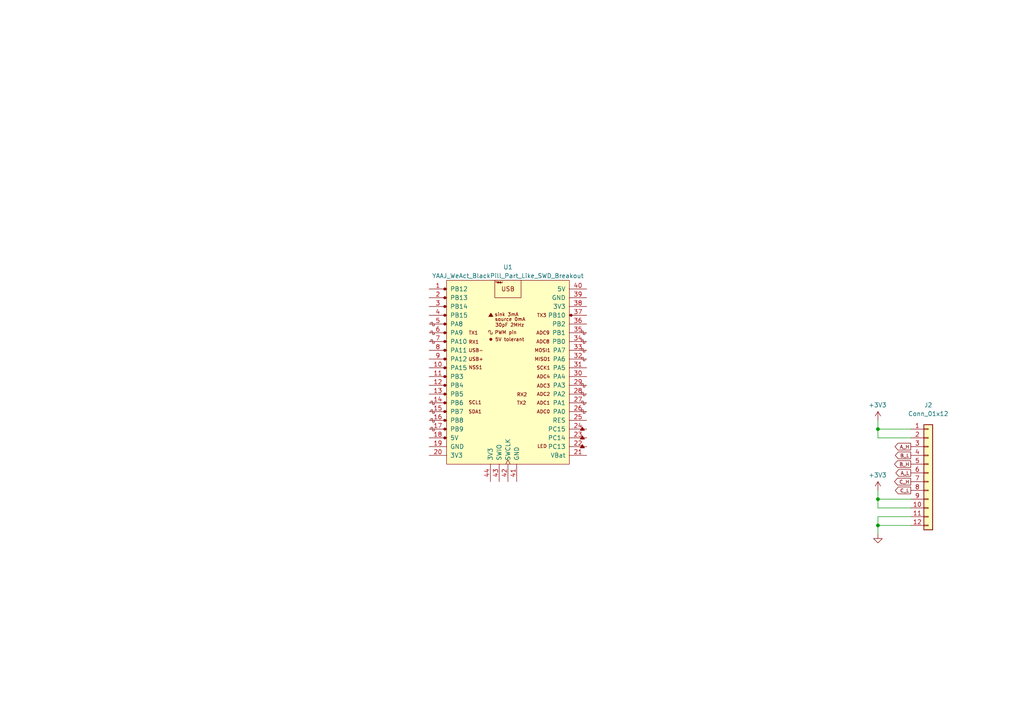
<source format=kicad_sch>
(kicad_sch (version 20230121) (generator eeschema)
  (paper "A4")
  (lib_symbols
    (symbol "Connector_Generic:Conn_01x12" (pin_names (offset 1.016) hide)
      (property "Reference" "J" (at 0 15.24 0))
      (property "Value" "Conn_01x12" (at 0 -17.78 0))
      (symbol "Conn_01x12_1_1"
        (rectangle (start -1.27 -15.113) (end 0 -15.367) (stroke (width 0.1524)))
        (rectangle (start -1.27 -12.573) (end 0 -12.827) (stroke (width 0.1524)))
        (rectangle (start -1.27 -10.033) (end 0 -10.287) (stroke (width 0.1524)))
        (rectangle (start -1.27 -7.493) (end 0 -7.747) (stroke (width 0.1524)))
        (rectangle (start -1.27 -4.953) (end 0 -5.207) (stroke (width 0.1524)))
        (rectangle (start -1.27 -2.413) (end 0 -2.667) (stroke (width 0.1524)))
        (rectangle (start -1.27 0.127) (end 0 -0.127) (stroke (width 0.1524)))
        (rectangle (start -1.27 2.667) (end 0 2.413) (stroke (width 0.1524)))
        (rectangle (start -1.27 5.207) (end 0 4.953) (stroke (width 0.1524)))
        (rectangle (start -1.27 7.747) (end 0 7.493) (stroke (width 0.1524)))
        (rectangle (start -1.27 10.287) (end 0 10.033) (stroke (width 0.1524)))
        (rectangle (start -1.27 12.827) (end 0 12.573) (stroke (width 0.1524)))
        (rectangle (start -1.27 13.97) (end 1.27 -16.51) (stroke (width 0.254)) (fill (type background)))
        (pin passive line (at -5.08 12.7 0) (length 3.81) (name "Pin_1") (number "1"))
        (pin passive line (at -5.08 -10.16 0) (length 3.81) (name "Pin_10") (number "10"))
        (pin passive line (at -5.08 -12.7 0) (length 3.81) (name "Pin_11") (number "11"))
        (pin passive line (at -5.08 -15.24 0) (length 3.81) (name "Pin_12") (number "12"))
        (pin passive line (at -5.08 10.16 0) (length 3.81) (name "Pin_2") (number "2"))
        (pin passive line (at -5.08 7.62 0) (length 3.81) (name "Pin_3") (number "3"))
        (pin passive line (at -5.08 5.08 0) (length 3.81) (name "Pin_4") (number "4"))
        (pin passive line (at -5.08 2.54 0) (length 3.81) (name "Pin_5") (number "5"))
        (pin passive line (at -5.08 0 0) (length 3.81) (name "Pin_6") (number "6"))
        (pin passive line (at -5.08 -2.54 0) (length 3.81) (name "Pin_7") (number "7"))
        (pin passive line (at -5.08 -5.08 0) (length 3.81) (name "Pin_8") (number "8"))
        (pin passive line (at -5.08 -7.62 0) (length 3.81) (name "Pin_9") (number "9"))
      )
    )
    (symbol "YAAJ_WeAct_BlackPill_Part_Like_SWD_Breakout:YAAJ_WeAct_BlackPill_Part_Like_SWD_Breakout" (pin_names (offset 1.016))
      (property "Reference" "U" (at -17.526 27.94 0))
      (property "Value" "YAAJ_WeAct_BlackPill_Part_Like_SWD_Breakout" (at 9.144 27.94 0))
      (symbol "YAAJ_WeAct_BlackPill_Part_Like_SWD_Breakout_0_0"
        (circle (center -18.288 -20.32) (radius 0.3556) (fill (type outline)))
        (circle (center -18.288 -17.78) (radius 0.3556) (fill (type outline)))
        (circle (center -18.288 -15.24) (radius 0.3556) (fill (type outline)))
        (circle (center -18.288 -12.7) (radius 0.3556) (fill (type outline)))
        (circle (center -18.288 -10.16) (radius 0.3556) (fill (type outline)))
        (circle (center -18.288 -7.62) (radius 0.3556) (fill (type outline)))
        (circle (center -18.288 -5.08) (radius 0.3556) (fill (type outline)))
        (circle (center -18.288 -2.54) (radius 0.3556) (fill (type outline)))
        (circle (center -18.288 0) (radius 0.3556) (fill (type outline)))
        (circle (center -18.288 2.54) (radius 0.3556) (fill (type outline)))
        (circle (center -18.288 5.08) (radius 0.3556) (fill (type outline)))
        (circle (center -18.288 7.62) (radius 0.3556) (fill (type outline)))
        (circle (center -18.288 10.16) (radius 0.3556) (fill (type outline)))
        (circle (center -18.288 12.7) (radius 0.3556) (fill (type outline)))
        (circle (center -18.288 15.24) (radius 0.3556) (fill (type outline)))
        (circle (center -18.288 17.78) (radius 0.3556) (fill (type outline)))
        (circle (center -18.288 22.86) (radius 0.3556) (fill (type outline)))
        (circle (center -4.953 8.255) (radius 0.127) (fill (type outline)))
        (circle (center -4.953 8.255) (radius 0.254))
        (circle (center -4.953 8.255) (radius 0.3556))
        (polyline (pts (xy -5.588 14.859) (xy -4.953 15.875) (xy -4.318 14.859) (xy -5.588 14.859) (xy -4.953 15.748) (xy -4.445 14.859) (xy -5.461 14.986) (xy -4.953 15.621) (xy -4.572 14.859) (xy -5.334 15.113) (xy -4.826 15.494) (xy -4.699 14.859) (xy -5.207 15.24) (xy -4.699 15.367) (xy -4.826 14.986) (xy -5.08 15.24) (xy -4.826 15.113) (xy -4.953 15.367)))
        (polyline (pts (xy 20.955 -23.241) (xy 21.59 -22.225) (xy 22.225 -23.241) (xy 20.955 -23.241) (xy 21.59 -22.352) (xy 22.098 -23.241) (xy 21.082 -23.114) (xy 21.59 -22.479) (xy 21.971 -23.241) (xy 21.209 -22.987) (xy 21.717 -22.606) (xy 21.844 -23.241) (xy 21.336 -22.86) (xy 21.844 -22.733) (xy 21.717 -23.114) (xy 21.463 -22.86) (xy 21.717 -22.987) (xy 21.59 -22.733)))
        (polyline (pts (xy 20.955 -20.701) (xy 21.59 -19.685) (xy 22.225 -20.701) (xy 20.955 -20.701) (xy 21.59 -19.812) (xy 22.098 -20.701) (xy 21.082 -20.574) (xy 21.59 -19.939) (xy 21.971 -20.701) (xy 21.209 -20.447) (xy 21.717 -20.066) (xy 21.844 -20.701) (xy 21.336 -20.32) (xy 21.844 -20.193) (xy 21.717 -20.574) (xy 21.463 -20.32) (xy 21.717 -20.447) (xy 21.59 -20.193)))
        (polyline (pts (xy 20.955 -18.161) (xy 21.59 -17.145) (xy 22.225 -18.161) (xy 20.955 -18.161) (xy 21.59 -17.272) (xy 22.098 -18.161) (xy 21.082 -18.034) (xy 21.59 -17.399) (xy 21.971 -18.161) (xy 21.209 -17.907) (xy 21.717 -17.526) (xy 21.844 -18.161) (xy 21.336 -17.78) (xy 21.844 -17.653) (xy 21.717 -18.034) (xy 21.463 -17.78) (xy 21.717 -17.907) (xy 21.59 -17.653)))
        (circle (center 18.288 15.24) (radius 0.254) (fill (type outline)))
        (circle (center 18.288 15.24) (radius 0.3556))
        (text "30pF 2MHz" (at 0.508 12.446 0) (effects (font (size 0.9906 0.9906))))
        (text "5V tolerant" (at 0.508 8.255 0) (effects (font (size 0.9906 0.9906))))
        (text "ADC0" (at 10.287 -12.7 0) (effects (font (size 0.9906 0.9906))))
        (text "ADC1" (at 10.287 -10.16 0) (effects (font (size 0.9906 0.9906))))
        (text "ADC2" (at 10.287 -7.62 0) (effects (font (size 0.9906 0.9906))))
        (text "ADC3" (at 10.287 -5.207 0) (effects (font (size 0.9906 0.9906))))
        (text "ADC4" (at 10.287 -2.54 0) (effects (font (size 0.9906 0.9906))))
        (text "ADC8" (at 10.16 7.62 0) (effects (font (size 0.9906 0.9906))))
        (text "ADC9" (at 10.16 10.16 0) (effects (font (size 0.9906 0.9906))))
        (text "LED" (at 9.906 -22.733 0) (effects (font (size 0.9906 0.9906))))
        (text "MISO1" (at 10.033 2.54 0) (effects (font (size 0.9906 0.9906))))
        (text "MOSI1" (at 10.033 5.08 0) (effects (font (size 0.9906 0.9906))))
        (text "NSS1" (at -9.398 0.127 0) (effects (font (size 0.9906 0.9906))))
        (text "PWM pin" (at -0.635 10.287 0) (effects (font (size 0.9906 0.9906))))
        (text "RX1" (at -9.906 7.493 0) (effects (font (size 0.9906 0.9906))))
        (text "RX2" (at 4.064 -7.747 0) (effects (font (size 0.9906 0.9906))))
        (text "SCK1" (at 10.287 0 0) (effects (font (size 0.9906 0.9906))))
        (text "SCL1" (at -9.525 -10.033 0) (effects (font (size 0.9906 0.9906))))
        (text "SDA1" (at -9.525 -12.7 0) (effects (font (size 0.9906 0.9906))))
        (text "sink 3mA" (at -0.381 15.494 0) (effects (font (size 0.9906 0.9906))))
        (text "source 0mA" (at 0.635 14.097 0) (effects (font (size 0.9906 0.9906))))
        (text "TX1" (at -10.033 10.16 0) (effects (font (size 0.9906 0.9906))))
        (text "TX2" (at 3.937 -10.16 0) (effects (font (size 0.9906 0.9906))))
        (text "TX3" (at 9.779 15.24 0) (effects (font (size 0.9906 0.9906))))
        (text "USB" (at 0 22.86 0) (effects (font (size 1.27 1.27))))
        (text "USB+" (at -9.271 2.54 0) (effects (font (size 0.9906 0.9906))))
        (text "USB-" (at -9.271 5.08 0) (effects (font (size 0.9906 0.9906))))
        (text "Y@@J" (at -2.5654 24.8412 0) (effects (font (size 0.508 0.508))))
      )
      (symbol "YAAJ_WeAct_BlackPill_Part_Like_SWD_Breakout_0_1"
        (rectangle (start -17.78 25.4) (end 17.78 -27.94) (fill (type background)))
        (polyline (pts (xy -21.336 -17.78) (xy -21.336 -18.288) (xy -21.844 -18.288) (xy -21.844 -17.272) (xy -22.352 -17.272) (xy -22.352 -17.78)))
        (polyline (pts (xy -21.336 -15.24) (xy -21.336 -15.748) (xy -21.844 -15.748) (xy -21.844 -14.732) (xy -22.352 -14.732) (xy -22.352 -15.24)))
        (polyline (pts (xy -21.336 -12.7) (xy -21.336 -13.208) (xy -21.844 -13.208) (xy -21.844 -12.192) (xy -22.352 -12.192) (xy -22.352 -12.7)))
        (polyline (pts (xy -21.336 -10.16) (xy -21.336 -10.668) (xy -21.844 -10.668) (xy -21.844 -9.652) (xy -22.352 -9.652) (xy -22.352 -10.16)))
        (polyline (pts (xy -21.336 7.62) (xy -21.336 7.112) (xy -21.844 7.112) (xy -21.844 8.128) (xy -22.352 8.128) (xy -22.352 7.62)))
        (polyline (pts (xy -21.336 10.16) (xy -21.336 9.652) (xy -21.844 9.652) (xy -21.844 10.668) (xy -22.352 10.668) (xy -22.352 10.16)))
        (polyline (pts (xy -21.336 12.7) (xy -21.336 12.192) (xy -21.844 12.192) (xy -21.844 13.208) (xy -22.352 13.208) (xy -22.352 12.7)))
        (polyline (pts (xy -4.572 10.287) (xy -4.572 9.779) (xy -5.08 9.779) (xy -5.08 10.795) (xy -5.588 10.795) (xy -5.588 10.287)))
        (polyline (pts (xy 22.352 -12.7) (xy 22.352 -13.208) (xy 21.844 -13.208) (xy 21.844 -12.192) (xy 21.336 -12.192) (xy 21.336 -12.7)))
        (polyline (pts (xy 22.352 -10.16) (xy 22.352 -10.668) (xy 21.844 -10.668) (xy 21.844 -9.652) (xy 21.336 -9.652) (xy 21.336 -10.16)))
        (polyline (pts (xy 22.352 -7.62) (xy 22.352 -8.128) (xy 21.844 -8.128) (xy 21.844 -7.112) (xy 21.336 -7.112) (xy 21.336 -7.62)))
        (polyline (pts (xy 22.352 -5.08) (xy 22.352 -5.588) (xy 21.844 -5.588) (xy 21.844 -4.572) (xy 21.336 -4.572) (xy 21.336 -5.08)))
        (polyline (pts (xy 22.352 2.54) (xy 22.352 2.032) (xy 21.844 2.032) (xy 21.844 3.048) (xy 21.336 3.048) (xy 21.336 2.54)))
        (polyline (pts (xy 22.352 5.08) (xy 22.352 4.572) (xy 21.844 4.572) (xy 21.844 5.588) (xy 21.336 5.588) (xy 21.336 5.08)))
        (polyline (pts (xy 22.352 7.62) (xy 22.352 7.112) (xy 21.844 7.112) (xy 21.844 8.128) (xy 21.336 8.128) (xy 21.336 7.62)))
        (polyline (pts (xy 22.352 10.16) (xy 22.352 9.652) (xy 21.844 9.652) (xy 21.844 10.668) (xy 21.336 10.668) (xy 21.336 10.16)))
        (rectangle (start 3.81 25.4) (end -3.81 20.32))
      )
      (symbol "YAAJ_WeAct_BlackPill_Part_Like_SWD_Breakout_1_1"
        (circle (center -18.288 20.32) (radius 0.3556) (fill (type outline)))
        (pin bidirectional line (at -22.86 22.86 0) (length 5.08) (name "PB12") (number "1"))
        (pin bidirectional line (at -22.86 0 0) (length 5.08) (name "PA15") (number "10"))
        (pin bidirectional line (at -22.86 -2.54 0) (length 5.08) (name "PB3") (number "11"))
        (pin bidirectional line (at -22.86 -5.08 0) (length 5.08) (name "PB4") (number "12"))
        (pin bidirectional line (at -22.86 -7.62 0) (length 5.08) (name "PB5") (number "13"))
        (pin bidirectional line (at -22.86 -10.16 0) (length 5.08) (name "PB6") (number "14"))
        (pin bidirectional line (at -22.86 -12.7 0) (length 5.08) (name "PB7") (number "15"))
        (pin bidirectional line (at -22.86 -15.24 0) (length 5.08) (name "PB8") (number "16"))
        (pin bidirectional line (at -22.86 -17.78 0) (length 5.08) (name "PB9") (number "17"))
        (pin power_in line (at -22.86 -20.32 0) (length 5.08) (name "5V") (number "18"))
        (pin power_in line (at -22.86 -22.86 0) (length 5.08) (name "GND") (number "19"))
        (pin bidirectional line (at -22.86 20.32 0) (length 5.08) (name "PB13") (number "2"))
        (pin power_in line (at -22.86 -25.4 0) (length 5.08) (name "3V3") (number "20"))
        (pin power_in line (at 22.86 -25.4 180) (length 5.08) (name "VBat") (number "21"))
        (pin bidirectional line (at 22.86 -22.86 180) (length 5.08) (name "PC13") (number "22"))
        (pin bidirectional line (at 22.86 -20.32 180) (length 5.08) (name "PC14") (number "23"))
        (pin bidirectional line (at 22.86 -17.78 180) (length 5.08) (name "PC15") (number "24"))
        (pin input line (at 22.86 -15.24 180) (length 5.08) (name "RES") (number "25"))
        (pin bidirectional line (at 22.86 -12.7 180) (length 5.08) (name "PA0") (number "26"))
        (pin bidirectional line (at 22.86 -10.16 180) (length 5.08) (name "PA1") (number "27"))
        (pin bidirectional line (at 22.86 -7.62 180) (length 5.08) (name "PA2") (number "28"))
        (pin bidirectional line (at 22.86 -5.08 180) (length 5.08) (name "PA3") (number "29"))
        (pin bidirectional line (at -22.86 17.78 0) (length 5.08) (name "PB14") (number "3"))
        (pin bidirectional line (at 22.86 -2.54 180) (length 5.08) (name "PA4") (number "30"))
        (pin bidirectional line (at 22.86 0 180) (length 5.08) (name "PA5") (number "31"))
        (pin bidirectional line (at 22.86 2.54 180) (length 5.08) (name "PA6") (number "32"))
        (pin bidirectional line (at 22.86 5.08 180) (length 5.08) (name "PA7") (number "33"))
        (pin bidirectional line (at 22.86 7.62 180) (length 5.08) (name "PB0") (number "34"))
        (pin bidirectional line (at 22.86 10.16 180) (length 5.08) (name "PB1") (number "35"))
        (pin bidirectional line (at 22.86 12.7 180) (length 5.08) (name "PB2") (number "36"))
        (pin bidirectional line (at 22.86 15.24 180) (length 5.08) (name "PB10") (number "37"))
        (pin power_in line (at 22.86 17.78 180) (length 5.08) (name "3V3") (number "38"))
        (pin power_in line (at 22.86 20.32 180) (length 5.08) (name "GND") (number "39"))
        (pin bidirectional line (at -22.86 15.24 0) (length 5.08) (name "PB15") (number "4"))
        (pin power_in line (at 22.86 22.86 180) (length 5.08) (name "5V") (number "40"))
        (pin power_in line (at 2.54 -33.02 90) (length 5.08) (name "GND") (number "41"))
        (pin bidirectional clock (at 0 -33.02 90) (length 5.08) (name "SWCLK") (number "42"))
        (pin bidirectional line (at -2.54 -33.02 90) (length 5.08) (name "SWIO") (number "43"))
        (pin power_in line (at -5.08 -33.02 90) (length 5.08) (name "3V3") (number "44"))
        (pin bidirectional line (at -22.86 12.7 0) (length 5.08) (name "PA8") (number "5"))
        (pin bidirectional line (at -22.86 10.16 0) (length 5.08) (name "PA9") (number "6"))
        (pin bidirectional line (at -22.86 7.62 0) (length 5.08) (name "PA10") (number "7"))
        (pin bidirectional line (at -22.86 5.08 0) (length 5.08) (name "PA11") (number "8"))
        (pin bidirectional line (at -22.86 2.54 0) (length 5.08) (name "PA12") (number "9"))
      )
    )
    (symbol "power:+3V3" (power) (pin_names (offset 0))
      (property "Value" "+3V3" (at 0 3.556 0))
      (symbol "+3V3_0_1"
        (polyline (pts (xy -0.762 1.27) (xy 0 2.54)))
        (polyline (pts (xy 0 0) (xy 0 2.54)))
        (polyline (pts (xy 0 2.54) (xy 0.762 1.27)))
      )
      (symbol "+3V3_1_1"
        (pin power_in line (at 0 0 90) (length 0) hide (name "+3V3") (number "1"))
      )
    )
    (symbol "power:GND" (power) (pin_names (offset 0))
      (property "Value" "GND" (at 0 -3.81 0))
      (symbol "GND_0_1"
        (polyline (pts (xy 0 0) (xy 0 -1.27) (xy 1.27 -1.27) (xy 0 -2.54) (xy -1.27 -1.27) (xy 0 -1.27)))
      )
      (symbol "GND_1_1"
        (pin power_in line (at 0 0 270) (length 0) hide (name "GND") (number "1"))
      )
    )
  )
  (junction (at 254.635 152.4))
  (junction (at 254.635 144.78))
  (junction (at 254.635 124.46))
  (wire (pts (xy 264.16 149.86) (xy 254.635 149.86)))
  (wire (pts (xy 254.635 121.92) (xy 254.635 124.46)))
  (wire (pts (xy 254.635 147.32) (xy 254.635 144.78)))
  (wire (pts (xy 254.635 152.4) (xy 254.635 154.94)))
  (wire (pts (xy 264.16 147.32) (xy 254.635 147.32)))
  (wire (pts (xy 254.635 124.46) (xy 264.16 124.46)))
  (wire (pts (xy 254.635 149.86) (xy 254.635 152.4)))
  (wire (pts (xy 264.16 127) (xy 254.635 127)))
  (wire (pts (xy 254.635 144.78) (xy 264.16 144.78)))
  (wire (pts (xy 254.635 127) (xy 254.635 124.46)))
  (wire (pts (xy 264.16 152.4) (xy 254.635 152.4)))
  (wire (pts (xy 254.635 142.24) (xy 254.635 144.78)))
  (global_label "C_H" (shape output) (at 264.16 139.7 180) (effects (font (size 1 1))) (property "Intersheetrefs" "${INTERSHEET_REFS}" (effects hide)))
  (global_label "A_H" (shape output) (at 264.16 129.54 180) (effects (font (size 1 1))) (property "Intersheetrefs" "${INTERSHEET_REFS}" (effects hide)))
  (global_label "B_L" (shape output) (at 264.16 132.08 180) (effects (font (size 1 1))) (property "Intersheetrefs" "${INTERSHEET_REFS}" (effects hide)))
  (global_label "C_L" (shape output) (at 264.16 142.24 180) (effects (font (size 1 1))) (property "Intersheetrefs" "${INTERSHEET_REFS}" (effects hide)))
  (global_label "B_H" (shape output) (at 264.16 134.62 180) (effects (font (size 1 1))) (property "Intersheetrefs" "${INTERSHEET_REFS}" (effects hide)))
  (global_label "A_L" (shape output) (at 264.16 137.16 180) (effects (font (size 1 1))) (property "Intersheetrefs" "${INTERSHEET_REFS}" (effects hide)))
  (symbol (lib_id "YAAJ_WeAct_BlackPill_Part_Like_SWD_Breakout:YAAJ_WeAct_BlackPill_Part_Like_SWD_Breakout") (at 147.32 106.68 0) (unit 1)
    (property "Reference" "U1" (at 147.32 77.47 0))
    (property "Value" "YAAJ_WeAct_BlackPill_Part_Like_SWD_Breakout" (at 147.32 80.01 0))
    (property "Footprint" "blackpill:YAAJ_WeAct_BlackPill_2" (effects hide))
  )
  (symbol (lib_id "power:GND") (at 254.635 154.94 0) (mirror y) (unit 1)
    (property "Reference" "#PWR023" (effects hide))
    (property "Value" "GND" (effects hide))
  )
  (symbol (lib_id "Connector_Generic:Conn_01x12") (at 269.24 137.16 0) (unit 1)
    (property "Reference" "J2" (at 269.24 117.475 0))
    (property "Value" "Conn_01x12" (at 269.24 120.015 0))
    (property "Footprint" "Connector_PinHeader_2.54mm:PinHeader_1x12_P2.54mm_Vertical" (effects hide))
  )
  (symbol (lib_id "power:+3V3") (at 254.635 142.24 0) (mirror y) (unit 1)
    (property "Reference" "#PWR022" (effects hide))
    (property "Value" "+3V3" (at 257.175 137.795 0) (effects (justify left)))
  )
  (symbol (lib_id "power:+3V3") (at 254.635 121.92 0) (mirror y) (unit 1)
    (property "Reference" "#PWR021" (effects hide))
    (property "Value" "+3V3" (at 257.175 117.475 0) (effects (justify left)))
  )
)
</source>
